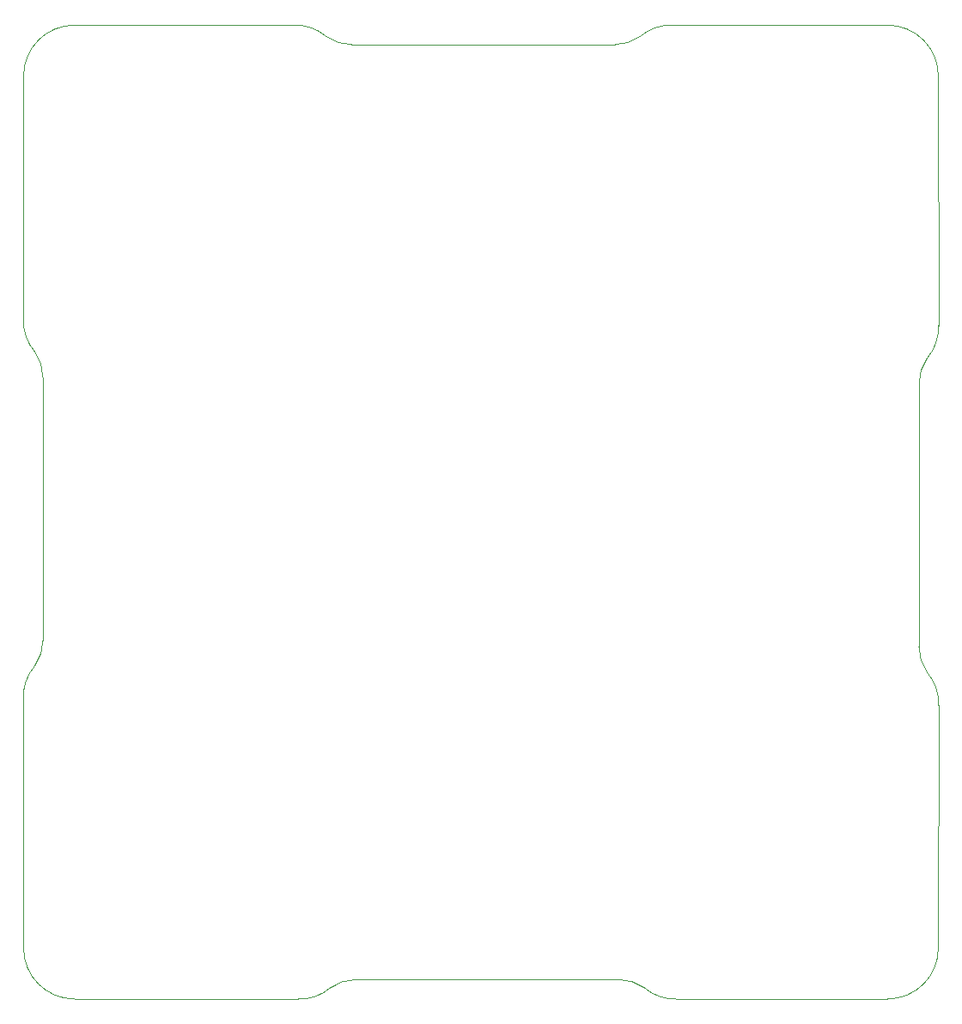
<source format=gm1>
G04 #@! TF.GenerationSoftware,KiCad,Pcbnew,8.0.3*
G04 #@! TF.CreationDate,2025-02-01T16:40:27-06:00*
G04 #@! TF.ProjectId,Batt_Boardv1,42617474-5f42-46f6-9172-6476312e6b69,rev?*
G04 #@! TF.SameCoordinates,Original*
G04 #@! TF.FileFunction,Profile,NP*
%FSLAX46Y46*%
G04 Gerber Fmt 4.6, Leading zero omitted, Abs format (unit mm)*
G04 Created by KiCad (PCBNEW 8.0.3) date 2025-02-01 16:40:27*
%MOMM*%
%LPD*%
G01*
G04 APERTURE LIST*
G04 #@! TA.AperFunction,Profile*
%ADD10C,0.050000*%
G04 #@! TD*
G04 #@! TA.AperFunction,Profile*
%ADD11C,0.100000*%
G04 #@! TD*
G04 APERTURE END LIST*
D10*
X188703007Y-113377496D02*
G75*
G02*
X189825317Y-116623835I-3515707J-3032604D01*
G01*
X164070634Y-145553495D02*
G75*
G02*
X160824282Y-144431223I-213934J4637595D01*
G01*
D11*
X189807800Y-54646000D02*
X189818004Y-79229045D01*
X99637800Y-140536000D02*
X99620305Y-115988834D01*
D10*
X129895590Y-144425492D02*
G75*
G02*
X126675846Y-145546178I-3025890J3507892D01*
G01*
X187903756Y-84944188D02*
G75*
G02*
X188704903Y-82444492I4300944J-212D01*
G01*
X160411506Y-50758743D02*
G75*
G02*
X163657843Y-49636474I3032494J-3515557D01*
G01*
X157911821Y-51559906D02*
X131978198Y-51557994D01*
D11*
X104637800Y-145536000D02*
G75*
G02*
X99637800Y-140536000I100J5000100D01*
G01*
D10*
X101543756Y-110242811D02*
G75*
G02*
X100742611Y-112742509I-4300956J211D01*
G01*
D11*
X163657844Y-49636455D02*
X184807800Y-49646000D01*
X126675845Y-145546204D02*
X104637800Y-145536000D01*
D10*
X160411506Y-50758743D02*
G75*
G02*
X157911821Y-51559920I-2500006J3499943D01*
G01*
D11*
X104637800Y-49646000D02*
X126263055Y-49643746D01*
D10*
X101543756Y-110242811D02*
X101541844Y-84309188D01*
X189818004Y-79229045D02*
G75*
G02*
X188697309Y-82448805I-4628304J-193955D01*
G01*
X126263055Y-49643746D02*
G75*
G02*
X129482818Y-50764437I193945J-4628354D01*
G01*
D11*
X184807800Y-145536000D02*
X164070634Y-145553495D01*
D10*
X129891303Y-144433119D02*
G75*
G02*
X132390988Y-143631969I2500197J-3500681D01*
G01*
D11*
X99637800Y-54646000D02*
G75*
G02*
X104637800Y-49646000I5000030J-30D01*
G01*
D10*
X188703007Y-113377496D02*
G75*
G02*
X187901843Y-110877811I3500293J2500096D01*
G01*
X158324611Y-143630044D02*
X132390988Y-143631956D01*
X131978198Y-51557994D02*
G75*
G02*
X129478506Y-50756840I402J4301494D01*
G01*
X100748308Y-81813790D02*
G75*
G02*
X99627576Y-78594044I3507992J3025990D01*
G01*
D11*
X189825295Y-116623834D02*
X189807800Y-140536000D01*
X189807800Y-140536000D02*
G75*
G02*
X184807800Y-145536000I-5000000J0D01*
G01*
D10*
X100740681Y-81809503D02*
G75*
G02*
X101541871Y-84309188I-3500781J-2500297D01*
G01*
X187901844Y-110877811D02*
X187903756Y-84944188D01*
X158324611Y-143630044D02*
G75*
G02*
X160824298Y-144431204I-211J-4300856D01*
G01*
X99620305Y-115988834D02*
G75*
G02*
X100742577Y-112742482I4637595J213934D01*
G01*
D11*
X184807800Y-49646000D02*
G75*
G02*
X189807800Y-54646000I100J-4999900D01*
G01*
X99627596Y-78594045D02*
X99637800Y-54646000D01*
M02*

</source>
